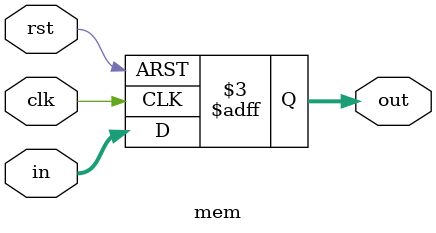
<source format=v>
module mem #(parameter	DATA_WIDTH   = 4)
   (input		[DATA_WIDTH-1:0] in, 
	input		clk,
	input		rst,
	output reg	[DATA_WIDTH-1:0] out);

	always @(negedge clk or posedge rst) 
	begin
		if(rst == 1'b1)
     		out <= 1'b0; 
   	else
			out <= in; 
	end

endmodule 
</source>
